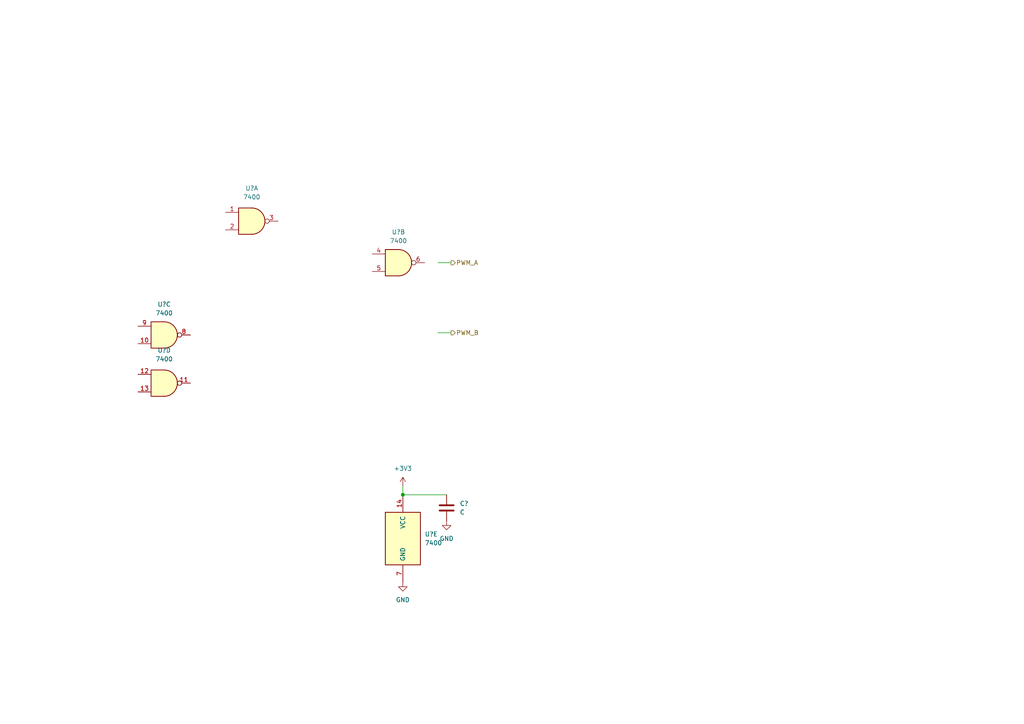
<source format=kicad_sch>
(kicad_sch (version 20211123) (generator eeschema)
  (paper "A4")
  (lib_symbols
    (symbol "74xx:7400" (pin_names (offset 1.016))
      (property "Reference" "U" (at 0 1.27 0))
      (property "Value" "7400" (at 0 -1.27 0))
      (symbol "7400_1_1"
        (arc (start 0 -3.81) (mid 3.81 0) (end 0 3.81) (stroke (width 0.254)) (fill (type background)))
        (polyline (pts (xy 0 3.81) (xy -3.81 3.81) (xy -3.81 -3.81) (xy 0 -3.81)) (stroke (width 0.254)) (fill (type background)))
        (pin input line (at -7.62 2.54 0) (length 3.81) (name "~") (number "1"))
        (pin input line (at -7.62 -2.54 0) (length 3.81) (name "~") (number "2"))
        (pin output inverted (at 7.62 0 180) (length 3.81) (name "~") (number "3"))
      )
      (symbol "7400_1_2"
        (arc (start -3.81 -3.81) (mid -2.589 0) (end -3.81 3.81) (stroke (width 0.254)))
        (arc (start -0.6096 -3.81) (mid 2.1855 -2.584) (end 3.81 0) (stroke (width 0.254)) (fill (type background)))
        (polyline (pts (xy -3.81 -3.81) (xy -0.635 -3.81)) (stroke (width 0.254)) (fill (type background)))
        (polyline (pts (xy -3.81 3.81) (xy -0.635 3.81)) (stroke (width 0.254)) (fill (type background)))
        (polyline (pts (xy -0.635 3.81) (xy -3.81 3.81) (xy -3.81 3.81) (xy -3.556 3.4036) (xy -3.0226 2.2606) (xy -2.6924 1.0414) (xy -2.6162 -0.254) (xy -2.7686 -1.4986) (xy -3.175 -2.7178) (xy -3.81 -3.81) (xy -3.81 -3.81) (xy -0.635 -3.81)) (stroke (width -25.4)) (fill (type background)))
        (arc (start 3.81 0) (mid 2.1928 2.5925) (end -0.6096 3.81) (stroke (width 0.254)) (fill (type background)))
        (pin input inverted (at -7.62 2.54 0) (length 4.318) (name "~") (number "1"))
        (pin input inverted (at -7.62 -2.54 0) (length 4.318) (name "~") (number "2"))
        (pin output line (at 7.62 0 180) (length 3.81) (name "~") (number "3"))
      )
      (symbol "7400_2_1"
        (arc (start 0 -3.81) (mid 3.81 0) (end 0 3.81) (stroke (width 0.254)) (fill (type background)))
        (polyline (pts (xy 0 3.81) (xy -3.81 3.81) (xy -3.81 -3.81) (xy 0 -3.81)) (stroke (width 0.254)) (fill (type background)))
        (pin input line (at -7.62 2.54 0) (length 3.81) (name "~") (number "4"))
        (pin input line (at -7.62 -2.54 0) (length 3.81) (name "~") (number "5"))
        (pin output inverted (at 7.62 0 180) (length 3.81) (name "~") (number "6"))
      )
      (symbol "7400_2_2"
        (arc (start -3.81 -3.81) (mid -2.589 0) (end -3.81 3.81) (stroke (width 0.254)))
        (arc (start -0.6096 -3.81) (mid 2.1855 -2.584) (end 3.81 0) (stroke (width 0.254)) (fill (type background)))
        (polyline (pts (xy -3.81 -3.81) (xy -0.635 -3.81)) (stroke (width 0.254)) (fill (type background)))
        (polyline (pts (xy -3.81 3.81) (xy -0.635 3.81)) (stroke (width 0.254)) (fill (type background)))
        (polyline (pts (xy -0.635 3.81) (xy -3.81 3.81) (xy -3.81 3.81) (xy -3.556 3.4036) (xy -3.0226 2.2606) (xy -2.6924 1.0414) (xy -2.6162 -0.254) (xy -2.7686 -1.4986) (xy -3.175 -2.7178) (xy -3.81 -3.81) (xy -3.81 -3.81) (xy -0.635 -3.81)) (stroke (width -25.4)) (fill (type background)))
        (arc (start 3.81 0) (mid 2.1928 2.5925) (end -0.6096 3.81) (stroke (width 0.254)) (fill (type background)))
        (pin input inverted (at -7.62 2.54 0) (length 4.318) (name "~") (number "4"))
        (pin input inverted (at -7.62 -2.54 0) (length 4.318) (name "~") (number "5"))
        (pin output line (at 7.62 0 180) (length 3.81) (name "~") (number "6"))
      )
      (symbol "7400_3_1"
        (arc (start 0 -3.81) (mid 3.81 0) (end 0 3.81) (stroke (width 0.254)) (fill (type background)))
        (polyline (pts (xy 0 3.81) (xy -3.81 3.81) (xy -3.81 -3.81) (xy 0 -3.81)) (stroke (width 0.254)) (fill (type background)))
        (pin input line (at -7.62 -2.54 0) (length 3.81) (name "~") (number "10"))
        (pin output inverted (at 7.62 0 180) (length 3.81) (name "~") (number "8"))
        (pin input line (at -7.62 2.54 0) (length 3.81) (name "~") (number "9"))
      )
      (symbol "7400_3_2"
        (arc (start -3.81 -3.81) (mid -2.589 0) (end -3.81 3.81) (stroke (width 0.254)))
        (arc (start -0.6096 -3.81) (mid 2.1855 -2.584) (end 3.81 0) (stroke (width 0.254)) (fill (type background)))
        (polyline (pts (xy -3.81 -3.81) (xy -0.635 -3.81)) (stroke (width 0.254)) (fill (type background)))
        (polyline (pts (xy -3.81 3.81) (xy -0.635 3.81)) (stroke (width 0.254)) (fill (type background)))
        (polyline (pts (xy -0.635 3.81) (xy -3.81 3.81) (xy -3.81 3.81) (xy -3.556 3.4036) (xy -3.0226 2.2606) (xy -2.6924 1.0414) (xy -2.6162 -0.254) (xy -2.7686 -1.4986) (xy -3.175 -2.7178) (xy -3.81 -3.81) (xy -3.81 -3.81) (xy -0.635 -3.81)) (stroke (width -25.4)) (fill (type background)))
        (arc (start 3.81 0) (mid 2.1928 2.5925) (end -0.6096 3.81) (stroke (width 0.254)) (fill (type background)))
        (pin input inverted (at -7.62 -2.54 0) (length 4.318) (name "~") (number "10"))
        (pin output line (at 7.62 0 180) (length 3.81) (name "~") (number "8"))
        (pin input inverted (at -7.62 2.54 0) (length 4.318) (name "~") (number "9"))
      )
      (symbol "7400_4_1"
        (arc (start 0 -3.81) (mid 3.81 0) (end 0 3.81) (stroke (width 0.254)) (fill (type background)))
        (polyline (pts (xy 0 3.81) (xy -3.81 3.81) (xy -3.81 -3.81) (xy 0 -3.81)) (stroke (width 0.254)) (fill (type background)))
        (pin output inverted (at 7.62 0 180) (length 3.81) (name "~") (number "11"))
        (pin input line (at -7.62 2.54 0) (length 3.81) (name "~") (number "12"))
        (pin input line (at -7.62 -2.54 0) (length 3.81) (name "~") (number "13"))
      )
      (symbol "7400_4_2"
        (arc (start -3.81 -3.81) (mid -2.589 0) (end -3.81 3.81) (stroke (width 0.254)))
        (arc (start -0.6096 -3.81) (mid 2.1855 -2.584) (end 3.81 0) (stroke (width 0.254)) (fill (type background)))
        (polyline (pts (xy -3.81 -3.81) (xy -0.635 -3.81)) (stroke (width 0.254)) (fill (type background)))
        (polyline (pts (xy -3.81 3.81) (xy -0.635 3.81)) (stroke (width 0.254)) (fill (type background)))
        (polyline (pts (xy -0.635 3.81) (xy -3.81 3.81) (xy -3.81 3.81) (xy -3.556 3.4036) (xy -3.0226 2.2606) (xy -2.6924 1.0414) (xy -2.6162 -0.254) (xy -2.7686 -1.4986) (xy -3.175 -2.7178) (xy -3.81 -3.81) (xy -3.81 -3.81) (xy -0.635 -3.81)) (stroke (width -25.4)) (fill (type background)))
        (arc (start 3.81 0) (mid 2.1928 2.5925) (end -0.6096 3.81) (stroke (width 0.254)) (fill (type background)))
        (pin output line (at 7.62 0 180) (length 3.81) (name "~") (number "11"))
        (pin input inverted (at -7.62 2.54 0) (length 4.318) (name "~") (number "12"))
        (pin input inverted (at -7.62 -2.54 0) (length 4.318) (name "~") (number "13"))
      )
      (symbol "7400_5_0"
        (pin power_in line (at 0 12.7 270) (length 5.08) (name "VCC") (number "14"))
        (pin power_in line (at 0 -12.7 90) (length 5.08) (name "GND") (number "7"))
      )
      (symbol "7400_5_1"
        (rectangle (start -5.08 7.62) (end 5.08 -7.62) (stroke (width 0.254)) (fill (type background)))
      )
    )
    (symbol "Device:C" (pin_numbers hide) (pin_names (offset 0.254))
      (property "Reference" "C" (at 0.635 2.54 0))
      (property "Value" "C" (at 0.635 -2.54 0))
      (symbol "C_0_1"
        (polyline (pts (xy -2.032 -0.762) (xy 2.032 -0.762)) (stroke (width 0.508)))
        (polyline (pts (xy -2.032 0.762) (xy 2.032 0.762)) (stroke (width 0.508)))
      )
      (symbol "C_1_1"
        (pin passive line (at 0 3.81 270) (length 2.794) (name "~") (number "1"))
        (pin passive line (at 0 -3.81 90) (length 2.794) (name "~") (number "2"))
      )
    )
    (symbol "power:+3.3V" (power) (pin_names (offset 0))
      (property "Value" "+3.3V" (at 0 3.556 0))
      (symbol "+3.3V_0_1"
        (polyline (pts (xy -0.762 1.27) (xy 0 2.54)))
        (polyline (pts (xy 0 0) (xy 0 2.54)))
        (polyline (pts (xy 0 2.54) (xy 0.762 1.27)))
      )
      (symbol "+3.3V_1_1"
        (pin power_in line (at 0 0 90) (length 0) hide (name "+3V3") (number "1"))
      )
    )
    (symbol "power:GND" (power) (pin_names (offset 0))
      (property "Value" "GND" (at 0 -3.81 0))
      (symbol "GND_0_1"
        (polyline (pts (xy 0 0) (xy 0 -1.27) (xy 1.27 -1.27) (xy 0 -2.54) (xy -1.27 -1.27) (xy 0 -1.27)))
      )
      (symbol "GND_1_1"
        (pin power_in line (at 0 0 270) (length 0) hide (name "GND") (number "1"))
      )
    )
  )
  (junction (at 116.84 143.51))
  (wire (pts (xy 116.84 143.51) (xy 129.54 143.51)))
  (wire (pts (xy 127 96.52) (xy 130.81 96.52)))
  (wire (pts (xy 116.84 140.97) (xy 116.84 143.51)))
  (wire (pts (xy 127 76.2) (xy 130.81 76.2)))
  (hierarchical_label "PWM_A" (shape output) (at 130.81 76.2 0))
  (hierarchical_label "PWM_B" (shape output) (at 130.81 96.52 0))
  (symbol (lib_id "power:GND") (at 116.84 168.91 0) (unit 1)
    (property "Reference" "#PWR?" (effects hide))
    (property "Value" "GND" (at 116.84 173.99 0))
  )
  (symbol (lib_id "Device:C") (at 129.54 147.32 0) (unit 1)
    (property "Reference" "C?" (at 133.35 146.0499 0) (effects (justify left)))
    (property "Value" "C" (at 133.35 148.5899 0) (effects (justify left)))
  )
  (symbol (lib_id "power:GND") (at 129.54 151.13 0) (unit 1)
    (property "Reference" "#PWR?" (effects hide))
    (property "Value" "GND" (at 129.54 156.21 0))
  )
  (symbol (lib_id "74xx:7400") (at 73.025 64.135 0) (unit 1)
    (property "Reference" "U?" (at 73.025 54.61 0))
    (property "Value" "7400" (at 73.025 57.15 0))
    (property "Datasheet" "http://www.ti.com/lit/gpn/sn7400" (effects hide))
  )
  (symbol (lib_id "74xx:7400") (at 47.625 97.155 0) (unit 3)
    (property "Reference" "U?" (at 47.625 88.265 0))
    (property "Value" "7400" (at 47.625 90.805 0))
    (property "Datasheet" "http://www.ti.com/lit/gpn/sn7400" (effects hide))
  )
  (symbol (lib_id "power:+3.3V") (at 116.84 140.97 0) (unit 1)
    (property "Reference" "#PWR?" (effects hide))
    (property "Value" "+3.3V" (at 116.84 135.89 0))
  )
  (symbol (lib_id "74xx:7400") (at 116.84 156.21 0) (unit 5)
    (property "Reference" "U?" (at 123.19 154.9399 0) (effects (justify left)))
    (property "Value" "7400" (at 123.19 157.4799 0) (effects (justify left)))
    (property "Datasheet" "http://www.ti.com/lit/gpn/sn7400" (effects hide))
  )
  (symbol (lib_id "74xx:7400") (at 47.625 111.125 0) (unit 4)
    (property "Reference" "U?" (at 47.625 101.6 0))
    (property "Value" "7400" (at 47.625 104.14 0))
    (property "Datasheet" "http://www.ti.com/lit/gpn/sn7400" (effects hide))
  )
  (symbol (lib_id "74xx:7400") (at 115.57 76.2 0) (unit 2)
    (property "Reference" "U?" (at 115.57 67.31 0))
    (property "Value" "7400" (at 115.57 69.85 0))
    (property "Datasheet" "http://www.ti.com/lit/gpn/sn7400" (effects hide))
  )
)
</source>
